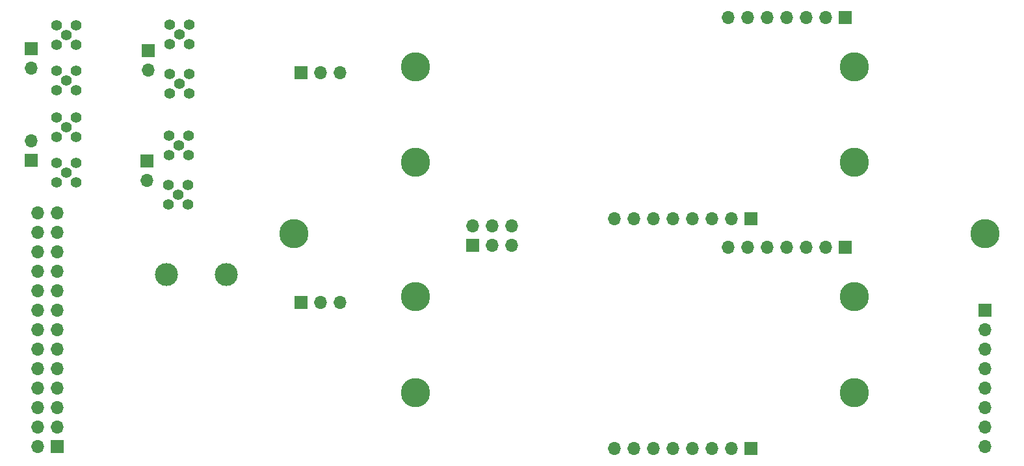
<source format=gbr>
%TF.GenerationSoftware,KiCad,Pcbnew,7.0.9*%
%TF.CreationDate,2024-07-19T10:23:14+02:00*%
%TF.ProjectId,signal_sniffer,7369676e-616c-45f7-936e-69666665722e,rev?*%
%TF.SameCoordinates,Original*%
%TF.FileFunction,Soldermask,Bot*%
%TF.FilePolarity,Negative*%
%FSLAX46Y46*%
G04 Gerber Fmt 4.6, Leading zero omitted, Abs format (unit mm)*
G04 Created by KiCad (PCBNEW 7.0.9) date 2024-07-19 10:23:14*
%MOMM*%
%LPD*%
G01*
G04 APERTURE LIST*
%ADD10C,3.800000*%
%ADD11C,1.397000*%
%ADD12R,1.700000X1.700000*%
%ADD13O,1.700000X1.700000*%
%ADD14C,3.000000*%
G04 APERTURE END LIST*
D10*
%TO.C,H8*%
X193300000Y-80000000D03*
%TD*%
%TO.C,H1*%
X136100000Y-62500000D03*
%TD*%
%TO.C,H6*%
X136100000Y-50000000D03*
%TD*%
D11*
%TO.C,J19*%
X105250000Y-66746486D03*
X103980000Y-65476486D03*
X103980000Y-68016486D03*
X106520000Y-68016486D03*
X106520000Y-65476486D03*
%TD*%
%TO.C,J9*%
X90680000Y-51840000D03*
X89410000Y-50570000D03*
X89410000Y-53110000D03*
X91950000Y-53110000D03*
X91950000Y-50570000D03*
%TD*%
%TO.C,J14*%
X90670000Y-63840000D03*
X89400000Y-62570000D03*
X89400000Y-65110000D03*
X91940000Y-65110000D03*
X91940000Y-62570000D03*
%TD*%
D10*
%TO.C,H4*%
X193300000Y-92500000D03*
%TD*%
%TO.C,H9*%
X210300000Y-71800000D03*
%TD*%
D12*
%TO.C,J8*%
X86050000Y-47630000D03*
D13*
X86050000Y-50170000D03*
%TD*%
D12*
%TO.C,J15*%
X86040000Y-62245000D03*
D13*
X86040000Y-59705000D03*
%TD*%
D10*
%TO.C,H3*%
X136100000Y-80000000D03*
%TD*%
%TO.C,H2*%
X136100000Y-92500000D03*
%TD*%
%TO.C,H7*%
X193300000Y-50000000D03*
%TD*%
D12*
%TO.C,J5*%
X101280000Y-47900000D03*
D13*
X101280000Y-50440000D03*
%TD*%
D11*
%TO.C,J7*%
X90680000Y-45870000D03*
X89410000Y-44600000D03*
X89410000Y-47140000D03*
X91950000Y-47140000D03*
X91950000Y-44600000D03*
%TD*%
D12*
%TO.C,J11*%
X89440000Y-99580000D03*
D13*
X86900000Y-99580000D03*
X89440000Y-97040000D03*
X86900000Y-97040000D03*
X89440000Y-94500000D03*
X86900000Y-94500000D03*
X89440000Y-91960000D03*
X86900000Y-91960000D03*
X89440000Y-89420000D03*
X86900000Y-89420000D03*
X89440000Y-86880000D03*
X86900000Y-86880000D03*
X89440000Y-84340000D03*
X86900000Y-84340000D03*
X89440000Y-81800000D03*
X86900000Y-81800000D03*
X89440000Y-79260000D03*
X86900000Y-79260000D03*
X89440000Y-76720000D03*
X86900000Y-76720000D03*
X89440000Y-74180000D03*
X86900000Y-74180000D03*
X89440000Y-71640000D03*
X86900000Y-71640000D03*
X89440000Y-69100000D03*
X86900000Y-69100000D03*
%TD*%
D12*
%TO.C,J18*%
X101150000Y-62346486D03*
D13*
X101150000Y-64886486D03*
%TD*%
D11*
%TO.C,J16*%
X90670000Y-57870000D03*
X89400000Y-56600000D03*
X89400000Y-59140000D03*
X91940000Y-59140000D03*
X91940000Y-56600000D03*
%TD*%
%TO.C,J6*%
X105380000Y-52270000D03*
X106650000Y-51000000D03*
X104110000Y-51000000D03*
X104110000Y-53540000D03*
X106650000Y-53540000D03*
%TD*%
D14*
%TO.C,J10*%
X103700000Y-77100000D03*
%TD*%
%TO.C,J20*%
X111500000Y-77100000D03*
%TD*%
D12*
%TO.C,J13*%
X143560000Y-73275000D03*
D13*
X143560000Y-70735000D03*
X146100000Y-73275000D03*
X146100000Y-70735000D03*
X148640000Y-73275000D03*
X148640000Y-70735000D03*
%TD*%
D10*
%TO.C,H10*%
X120300000Y-71800000D03*
%TD*%
D11*
%TO.C,J4*%
X105380000Y-45830000D03*
X106650000Y-44560000D03*
X104110000Y-44560000D03*
X104110000Y-47100000D03*
X106650000Y-47100000D03*
%TD*%
D10*
%TO.C,H5*%
X193300000Y-62500000D03*
%TD*%
D11*
%TO.C,J17*%
X105280000Y-60246486D03*
X104010000Y-58976486D03*
X104010000Y-61516486D03*
X106550000Y-61516486D03*
X106550000Y-58976486D03*
%TD*%
D12*
%TO.C,J2*%
X192040000Y-43600000D03*
D13*
X189500000Y-43600000D03*
X186960000Y-43600000D03*
X184420000Y-43600000D03*
X181880000Y-43600000D03*
X179340000Y-43600000D03*
X176800000Y-43600000D03*
%TD*%
D12*
%TO.C,J12*%
X210300000Y-81800000D03*
D13*
X210300000Y-84340000D03*
X210300000Y-86880000D03*
X210300000Y-89420000D03*
X210300000Y-91960000D03*
X210300000Y-94500000D03*
X210300000Y-97040000D03*
X210300000Y-99580000D03*
%TD*%
D12*
%TO.C,J3*%
X121200000Y-50800000D03*
D13*
X123740000Y-50800000D03*
X126280000Y-50800000D03*
%TD*%
D12*
%TO.C,J23*%
X192040000Y-73600000D03*
D13*
X189500000Y-73600000D03*
X186960000Y-73600000D03*
X184420000Y-73600000D03*
X181880000Y-73600000D03*
X179340000Y-73600000D03*
X176800000Y-73600000D03*
%TD*%
D12*
%TO.C,J1*%
X179800000Y-69800000D03*
D13*
X177260000Y-69800000D03*
X174720000Y-69800000D03*
X172180000Y-69800000D03*
X169640000Y-69800000D03*
X167100000Y-69800000D03*
X164560000Y-69800000D03*
X162020000Y-69800000D03*
%TD*%
D12*
%TO.C,J21*%
X121220000Y-80800000D03*
D13*
X123760000Y-80800000D03*
X126300000Y-80800000D03*
%TD*%
D12*
%TO.C,J22*%
X179800000Y-99800000D03*
D13*
X177260000Y-99800000D03*
X174720000Y-99800000D03*
X172180000Y-99800000D03*
X169640000Y-99800000D03*
X167100000Y-99800000D03*
X164560000Y-99800000D03*
X162020000Y-99800000D03*
%TD*%
M02*

</source>
